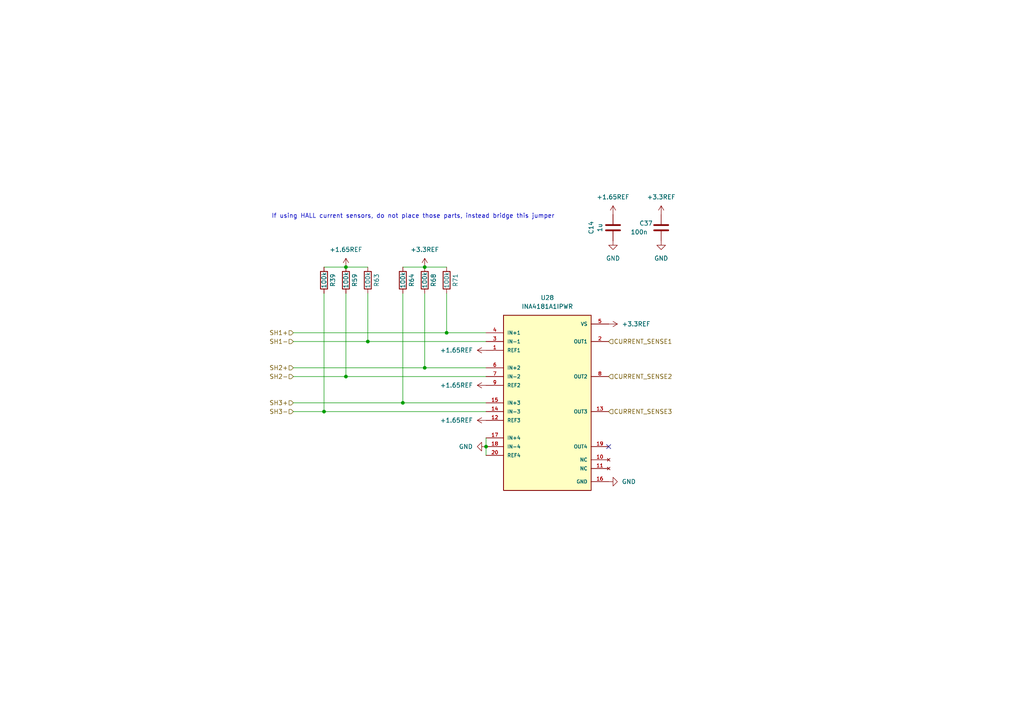
<source format=kicad_sch>
(kicad_sch (version 20230121) (generator eeschema)
  (paper "A4")
  (lib_symbols
    (symbol "Device:C" (pin_numbers hide) (pin_names (offset 0.254))
      (property "Reference" "C" (at 0.635 2.54 0))
      (property "Value" "C" (at 0.635 -2.54 0))
      (symbol "C_0_1"
        (polyline (pts (xy -2.032 -0.762) (xy 2.032 -0.762)) (stroke (width 0.508)))
        (polyline (pts (xy -2.032 0.762) (xy 2.032 0.762)) (stroke (width 0.508)))
      )
      (symbol "C_1_1"
        (pin passive line (at 0 3.81 270) (length 2.794) (name "~") (number "1"))
        (pin passive line (at 0 -3.81 90) (length 2.794) (name "~") (number "2"))
      )
    )
    (symbol "Device:R" (pin_numbers hide) (pin_names (offset 0))
      (property "Reference" "R" (at 2.032 0 90))
      (property "Value" "R" (at 0 0 90))
      (symbol "R_0_1"
        (rectangle (start -1.016 -2.54) (end 1.016 2.54) (stroke (width 0.254)))
      )
      (symbol "R_1_1"
        (pin passive line (at 0 3.81 270) (length 1.27) (name "~") (number "1"))
        (pin passive line (at 0 -3.81 90) (length 1.27) (name "~") (number "2"))
      )
    )
    (symbol "GigaVescSymbols:+1.65REF" (power) (pin_names (offset 0))
      (property "Value" "+1.65REF" (at 0 3.556 0))
      (symbol "+1.65REF_0_1"
        (polyline (pts (xy -0.762 1.27) (xy 0 2.54)))
        (polyline (pts (xy 0 0) (xy 0 2.54)))
        (polyline (pts (xy 0 2.54) (xy 0.762 1.27)))
      )
      (symbol "+1.65REF_1_1"
        (pin power_in line (at 0 0 90) (length 0) hide (name "+1.65REF") (number "1"))
      )
    )
    (symbol "GigaVescSymbols:+3.3REF" (power) (pin_names (offset 0))
      (property "Value" "+3.3REF" (at 0 3.556 0))
      (symbol "+3.3REF_0_1"
        (polyline (pts (xy -0.762 1.27) (xy 0 2.54)))
        (polyline (pts (xy 0 0) (xy 0 2.54)))
        (polyline (pts (xy 0 2.54) (xy 0.762 1.27)))
      )
      (symbol "+3.3REF_1_1"
        (pin power_in line (at 0 0 90) (length 0) hide (name "+3.3REF") (number "1"))
      )
    )
    (symbol "GigaVescSymbols:INA4181A1IPWR" (pin_names (offset 1.016))
      (property "Reference" "U" (at -12.7 27.94 0))
      (property "Value" "INA4181A1IPWR" (at -12.7 -30.48 0))
      (symbol "INA4181A1IPWR_0_0"
        (rectangle (start -12.7 25.4) (end 12.7 -25.4) (stroke (width 0.254)) (fill (type background)))
        (pin input line (at -17.78 15.24 0) (length 5.08) (name "REF1") (number "1"))
        (pin no_connect line (at 17.78 -16.51 180) (length 5.08) (name "NC") (number "10"))
        (pin no_connect line (at 17.78 -19.05 180) (length 5.08) (name "NC") (number "11"))
        (pin input line (at -17.78 -5.08 0) (length 5.08) (name "REF3") (number "12"))
        (pin output line (at 17.78 -2.54 180) (length 5.08) (name "OUT3") (number "13"))
        (pin input line (at -17.78 -2.54 0) (length 5.08) (name "IN-3") (number "14"))
        (pin input line (at -17.78 0 0) (length 5.08) (name "IN+3") (number "15"))
        (pin power_in line (at 17.78 -22.86 180) (length 5.08) (name "GND") (number "16"))
        (pin input line (at -17.78 -10.16 0) (length 5.08) (name "IN+4") (number "17"))
        (pin input line (at -17.78 -12.7 0) (length 5.08) (name "IN-4") (number "18"))
        (pin output line (at 17.78 -12.7 180) (length 5.08) (name "OUT4") (number "19"))
        (pin output line (at 17.78 17.78 180) (length 5.08) (name "OUT1") (number "2"))
        (pin input line (at -17.78 -15.24 0) (length 5.08) (name "REF4") (number "20"))
        (pin input line (at -17.78 17.78 0) (length 5.08) (name "IN-1") (number "3"))
        (pin input line (at -17.78 20.32 0) (length 5.08) (name "IN+1") (number "4"))
        (pin power_in line (at 17.78 22.86 180) (length 5.08) (name "VS") (number "5"))
        (pin input line (at -17.78 10.16 0) (length 5.08) (name "IN+2") (number "6"))
        (pin input line (at -17.78 7.62 0) (length 5.08) (name "IN-2") (number "7"))
        (pin output line (at 17.78 7.62 180) (length 5.08) (name "OUT2") (number "8"))
        (pin input line (at -17.78 5.08 0) (length 5.08) (name "REF2") (number "9"))
      )
    )
    (symbol "power:GND" (power) (pin_names (offset 0))
      (property "Value" "GND" (at 0 -3.81 0))
      (symbol "GND_0_1"
        (polyline (pts (xy 0 0) (xy 0 -1.27) (xy 1.27 -1.27) (xy 0 -2.54) (xy -1.27 -1.27) (xy 0 -1.27)))
      )
      (symbol "GND_1_1"
        (pin power_in line (at 0 0 270) (length 0) hide (name "GND") (number "1"))
      )
    )
  )
  (junction (at 100.33 77.47))
  (junction (at 116.84 116.84))
  (junction (at 123.19 106.68))
  (junction (at 100.33 109.22))
  (junction (at 140.97 129.54))
  (junction (at 123.19 77.47))
  (junction (at 129.54 96.52))
  (junction (at 106.68 99.06))
  (junction (at 93.98 119.38))
  (no_connect (at 176.53 129.54))
  (wire (pts (xy 140.97 129.54) (xy 140.97 132.08)))
  (wire (pts (xy 140.97 106.68) (xy 123.19 106.68)))
  (wire (pts (xy 140.97 127) (xy 140.97 129.54)))
  (wire (pts (xy 140.97 99.06) (xy 106.68 99.06)))
  (wire (pts (xy 100.33 77.47) (xy 93.98 77.47)))
  (wire (pts (xy 123.19 106.68) (xy 123.19 85.09)))
  (wire (pts (xy 129.54 96.52) (xy 129.54 85.09)))
  (wire (pts (xy 140.97 109.22) (xy 100.33 109.22)))
  (wire (pts (xy 106.68 99.06) (xy 106.68 85.09)))
  (wire (pts (xy 140.97 119.38) (xy 93.98 119.38)))
  (wire (pts (xy 85.09 106.68) (xy 123.19 106.68)))
  (wire (pts (xy 140.97 116.84) (xy 116.84 116.84)))
  (wire (pts (xy 100.33 77.47) (xy 106.68 77.47)))
  (wire (pts (xy 123.19 77.47) (xy 129.54 77.47)))
  (wire (pts (xy 85.09 96.52) (xy 129.54 96.52)))
  (wire (pts (xy 85.09 99.06) (xy 106.68 99.06)))
  (wire (pts (xy 100.33 109.22) (xy 100.33 85.09)))
  (wire (pts (xy 140.97 96.52) (xy 129.54 96.52)))
  (wire (pts (xy 116.84 116.84) (xy 116.84 85.09)))
  (wire (pts (xy 85.09 119.38) (xy 93.98 119.38)))
  (wire (pts (xy 123.19 77.47) (xy 116.84 77.47)))
  (wire (pts (xy 85.09 109.22) (xy 100.33 109.22)))
  (wire (pts (xy 85.09 116.84) (xy 116.84 116.84)))
  (wire (pts (xy 93.98 119.38) (xy 93.98 85.09)))
  (text "If using HALL current sensors, do not place those parts, instead bridge this jumper" (at 78.74 63.5 0) (effects (font (size 1.27 1.27)) (justify left bottom)))
  (hierarchical_label "SH3+" (shape input) (at 85.09 116.84 180))
  (hierarchical_label "SH3-" (shape input) (at 85.09 119.38 180))
  (hierarchical_label "CURRENT_SENSE2" (shape input) (at 176.53 109.22 0))
  (hierarchical_label "CURRENT_SENSE1" (shape input) (at 176.53 99.06 0))
  (hierarchical_label "SH1+" (shape input) (at 85.09 96.52 180))
  (hierarchical_label "SH2-" (shape input) (at 85.09 109.22 180))
  (hierarchical_label "SH2+" (shape input) (at 85.09 106.68 180))
  (hierarchical_label "SH1-" (shape input) (at 85.09 99.06 180))
  (hierarchical_label "CURRENT_SENSE3" (shape input) (at 176.53 119.38 0))
  (symbol (lib_id "power:GND") (at 191.77 69.85 0) (unit 1)
    (property "Reference" "#PWR0129" (effects hide))
    (property "Value" "GND" (at 191.77 74.93 0))
    (instances (project "DevKit" (path "" (reference "#PWR0129") (unit 1)) (path "" (reference "#PWR0171") (unit 1))))
  )
  (symbol (lib_id "Device:R") (at 93.98 81.28 180) (unit 1)
    (property "Reference" "R39" (at 96.52 81.28 90))
    (property "Value" "100k" (at 93.98 81.28 90))
    (property "Footprint" "Resistor_SMD:R_0603_1608Metric" (effects hide))
    (property "MPN" "C25803" (effects hide))
    (property "Mouser" "652-CR0805FX-1003ELF" (effects hide))
    (instances (project "DevKit" (path "" (reference "R39") (unit 1))) (project "IPB072N15N3G_SHUNTS" (path "" (reference "R40") (unit 1)) (path "" (reference "R41") (unit 1)) (path "" (reference "R42") (unit 1))))
  )
  (symbol (lib_id "Device:R") (at 123.19 81.28 180) (unit 1)
    (property "Reference" "R68" (at 125.73 81.28 90))
    (property "Value" "100k" (at 123.19 81.28 90))
    (property "Footprint" "Resistor_SMD:R_0603_1608Metric" (effects hide))
    (property "MPN" "C25803" (effects hide))
    (property "Mouser" "652-CR0805FX-1003ELF" (effects hide))
    (instances (project "DevKit" (path "" (reference "R68") (unit 1))) (project "IPB072N15N3G_SHUNTS" (path "" (reference "R40") (unit 1)) (path "" (reference "R41") (unit 1)) (path "" (reference "R42") (unit 1))))
  )
  (symbol (lib_id "GigaVescSymbols:+1.65REF") (at 140.97 101.6 90) (unit 1)
    (property "Reference" "#PWR0145" (effects hide))
    (property "Value" "+1.65REF" (at 137.16 101.6 90) (effects (justify left)))
    (instances (project "DevKit" (path "" (reference "#PWR0145") (unit 1)) (path "" (reference "#PWR0161") (unit 1))))
  )
  (symbol (lib_id "Device:R") (at 116.84 81.28 180) (unit 1)
    (property "Reference" "R64" (at 119.38 81.28 90))
    (property "Value" "100k" (at 116.84 81.28 90))
    (property "Footprint" "Resistor_SMD:R_0603_1608Metric" (effects hide))
    (property "MPN" "C25803" (effects hide))
    (property "Mouser" "652-CR0805FX-1003ELF" (effects hide))
    (instances (project "DevKit" (path "" (reference "R64") (unit 1))) (project "IPB072N15N3G_SHUNTS" (path "" (reference "R40") (unit 1)) (path "" (reference "R41") (unit 1)) (path "" (reference "R42") (unit 1))))
  )
  (symbol (lib_id "Device:C") (at 177.8 66.04 0) (unit 1)
    (property "Reference" "C14" (at 171.45 66.04 90))
    (property "Value" "1u" (at 173.99 66.04 90))
    (property "Footprint" "GigaVescLibs:C_0603_1608Metric_L" (effects hide))
    (property "MPN" "C15849" (effects hide))
    (instances (project "DevKit" (path "" (reference "C14") (unit 1)) (path "" (reference "C20") (unit 1))))
  )
  (symbol (lib_id "Device:R") (at 100.33 81.28 180) (unit 1)
    (property "Reference" "R59" (at 102.87 81.28 90))
    (property "Value" "100k" (at 100.33 81.28 90))
    (property "Footprint" "Resistor_SMD:R_0603_1608Metric" (effects hide))
    (property "MPN" "C25803" (effects hide))
    (property "Mouser" "652-CR0805FX-1003ELF" (effects hide))
    (instances (project "DevKit" (path "" (reference "R59") (unit 1))) (project "IPB072N15N3G_SHUNTS" (path "" (reference "R40") (unit 1)) (path "" (reference "R41") (unit 1)) (path "" (reference "R42") (unit 1))))
  )
  (symbol (lib_id "GigaVescSymbols:+1.65REF") (at 100.33 77.47 0) (unit 1)
    (property "Reference" "#PWR0145" (effects hide))
    (property "Value" "+1.65REF" (at 100.33 72.39 0))
    (instances (project "DevKit" (path "" (reference "#PWR0145") (unit 1)) (path "" (reference "#PWR0159") (unit 1))))
  )
  (symbol (lib_id "Device:C") (at 191.77 66.04 0) (unit 1)
    (property "Reference" "C37" (at 185.42 64.77 0) (effects (justify left)))
    (property "Value" "100n" (at 182.88 67.31 0) (effects (justify left)))
    (property "Footprint" "GigaVescLibs:C_0603_1608Metric_L" (effects hide))
    (property "MPN" "C14663" (effects hide))
    (property "Mouser" "581-08055C104KAT4A" (effects hide))
    (instances (project "DevKit" (path "" (reference "C37") (unit 1))) (project "IPB072N15N3G_SHUNTS" (path "" (reference "C29") (unit 1)) (path "" (reference "C39") (unit 1)) (path "" (reference "C44") (unit 1))))
  )
  (symbol (lib_id "GigaVescSymbols:+3.3REF") (at 176.53 93.98 270) (unit 1)
    (property "Reference" "#PWR0129" (effects hide))
    (property "Value" "+3.3REF" (at 180.34 93.98 90) (effects (justify left)))
    (instances (project "DevKit" (path "" (reference "#PWR0129") (unit 1)) (path "" (reference "#PWR0165") (unit 1))))
  )
  (symbol (lib_id "Device:R") (at 106.68 81.28 180) (unit 1)
    (property "Reference" "R63" (at 109.22 81.28 90))
    (property "Value" "100k" (at 106.68 81.28 90))
    (property "Footprint" "Resistor_SMD:R_0603_1608Metric" (effects hide))
    (property "MPN" "C25803" (effects hide))
    (property "Mouser" "652-CR0805FX-1003ELF" (effects hide))
    (instances (project "DevKit" (path "" (reference "R63") (unit 1))) (project "IPB072N15N3G_SHUNTS" (path "" (reference "R40") (unit 1)) (path "" (reference "R41") (unit 1)) (path "" (reference "R42") (unit 1))))
  )
  (symbol (lib_id "GigaVescSymbols:INA4181A1IPWR") (at 158.75 116.84 0) (unit 1)
    (property "Reference" "U28" (at 158.75 86.36 0))
    (property "Value" "INA4181A1IPWR" (at 158.75 88.9 0))
    (property "Footprint" "Package_SO:SSOP-20_4.4x6.5mm_P0.65mm" (effects hide))
    (property "PARTREV" "May 2020" (effects hide))
    (property "STANDARD" "IPC 7351B" (effects hide))
    (property "MAXIMUM_PACKAGE_HEIGHT" "1.2 mm" (effects hide))
    (property "MANUFACTURER" "Texas Instruments" (effects hide))
    (property "MPN" "C2058366" (effects hide))
    (instances (project "DevKit" (path "" (reference "U28") (unit 1)) (path "" (reference "U4") (unit 1))))
  )
  (symbol (lib_id "Device:R") (at 129.54 81.28 180) (unit 1)
    (property "Reference" "R71" (at 132.08 81.28 90))
    (property "Value" "100k" (at 129.54 81.28 90))
    (property "Footprint" "Resistor_SMD:R_0603_1608Metric" (effects hide))
    (property "MPN" "C25803" (effects hide))
    (property "Mouser" "652-CR0805FX-1003ELF" (effects hide))
    (instances (project "DevKit" (path "" (reference "R71") (unit 1))) (project "IPB072N15N3G_SHUNTS" (path "" (reference "R40") (unit 1)) (path "" (reference "R41") (unit 1)) (path "" (reference "R42") (unit 1))))
  )
  (symbol (lib_id "GigaVescSymbols:+1.65REF") (at 140.97 111.76 90) (unit 1)
    (property "Reference" "#PWR0145" (effects hide))
    (property "Value" "+1.65REF" (at 137.16 111.76 90) (effects (justify left)))
    (instances (project "DevKit" (path "" (reference "#PWR0145") (unit 1)) (path "" (reference "#PWR0162") (unit 1))))
  )
  (symbol (lib_id "power:GND") (at 177.8 69.85 0) (unit 1)
    (property "Reference" "#PWR0129" (effects hide))
    (property "Value" "GND" (at 177.8 74.93 0))
    (instances (project "DevKit" (path "" (reference "#PWR0129") (unit 1)) (path "" (reference "#PWR0169") (unit 1))))
  )
  (symbol (lib_id "power:GND") (at 140.97 129.54 270) (unit 1)
    (property "Reference" "#PWR0129" (effects hide))
    (property "Value" "GND" (at 137.16 129.54 90) (effects (justify right)))
    (instances (project "DevKit" (path "" (reference "#PWR0129") (unit 1)) (path "" (reference "#PWR0164") (unit 1))))
  )
  (symbol (lib_id "GigaVescSymbols:+3.3REF") (at 191.77 62.23 0) (unit 1)
    (property "Reference" "#PWR0129" (effects hide))
    (property "Value" "+3.3REF" (at 191.77 57.15 0))
    (instances (project "DevKit" (path "" (reference "#PWR0129") (unit 1)) (path "" (reference "#PWR0170") (unit 1))))
  )
  (symbol (lib_id "GigaVescSymbols:+3.3REF") (at 123.19 77.47 0) (unit 1)
    (property "Reference" "#PWR0129" (effects hide))
    (property "Value" "+3.3REF" (at 123.19 72.39 0))
    (instances (project "DevKit" (path "" (reference "#PWR0129") (unit 1)) (path "" (reference "#PWR0160") (unit 1))))
  )
  (symbol (lib_id "GigaVescSymbols:+1.65REF") (at 140.97 121.92 90) (unit 1)
    (property "Reference" "#PWR0145" (effects hide))
    (property "Value" "+1.65REF" (at 137.16 121.92 90) (effects (justify left)))
    (instances (project "DevKit" (path "" (reference "#PWR0145") (unit 1)) (path "" (reference "#PWR0163") (unit 1))))
  )
  (symbol (lib_id "GigaVescSymbols:+1.65REF") (at 177.8 62.23 0) (unit 1)
    (property "Reference" "#PWR0145" (effects hide))
    (property "Value" "+1.65REF" (at 177.8 57.15 0))
    (instances (project "DevKit" (path "" (reference "#PWR0145") (unit 1)) (path "" (reference "#PWR0168") (unit 1))))
  )
  (symbol (lib_id "power:GND") (at 176.53 139.7 90) (unit 1)
    (property "Reference" "#PWR0167" (effects hide))
    (property "Value" "GND" (at 180.34 139.7 90) (effects (justify right)))
    (instances (project "DevKit" (path "" (reference "#PWR0167") (unit 1))) (project "IPB072N15N3G_SHUNTS" (path "" (reference "#PWR032") (unit 1)) (path "" (reference "#PWR036") (unit 1)) (path "" (reference "#PWR042") (unit 1)) (path "" (reference "#PWR054") (unit 1))))
  )
)
</source>
